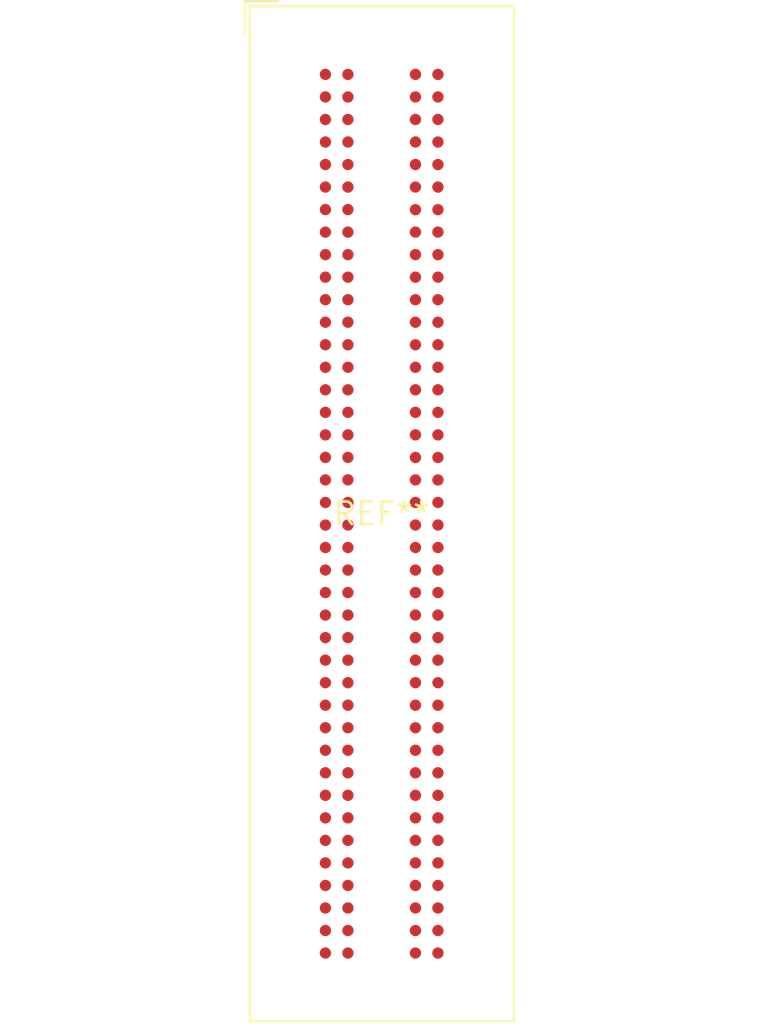
<source format=kicad_pcb>
(kicad_pcb (version 20240108) (generator pcbnew)
  (layers (0 "F.Cu" signal) (31 "B.Cu" signal) (34 "B.Paste" user) (35 "F.Paste" user) (36 "B.SilkS" user "B.Silkscreen") (37 "F.SilkS" user "F.Silkscreen") (38 "B.Mask" user) (39 "F.Mask" user) (44 "Edge.Cuts" user))
  (net 0 "")
  (footprint "Samtec_FMC_ASP-134604-01_4x40_Vertical" (layer "F.Cu") (at 0 0)
    (property "Reference" "REF**")
    (property "Value" "Samtec_FMC_ASP-134604-01_4x40_Vertical")
    (fp_line (start -7.74 -28.9) (end -7.74 -27) (layer "F.SilkS") (stroke (width 0.12)))
    (fp_line (start -7.45 -28.61) (end 7.45 -28.61) (layer "F.SilkS") (stroke (width 0.12)))
    (fp_line (start -7.45 28.61) (end -7.45 -28.61) (layer "F.SilkS") (stroke (width 0.12)))
    (fp_line (start -5.84 -28.9) (end -7.74 -28.9) (layer "F.SilkS") (stroke (width 0.12)))
    (fp_line (start 7.45 -28.61) (end 7.45 28.61) (layer "F.SilkS") (stroke (width 0.12)))
    (fp_line (start 7.45 28.61) (end -7.45 28.61) (layer "F.SilkS") (stroke (width 0.12)))
    (pad "" np_thru_hole circle (at 0 -27.19 90) (size 1.27 1.27) (drill 1.27) (layers *.Cu *.Mask))
    (pad "" np_thru_hole circle (at 3.05 27.19 90) (size 1.27 1.27) (drill 1.27) (layers *.Cu *.Mask))
    (pad "C01" smd circle (at -3.175 -24.765 90) (size 0.64 0.64) (layers "F.Cu" "F.Paste" "F.Mask"))
    (pad "C02" smd circle (at -3.175 -23.495 90) (size 0.64 0.64) (layers "F.Cu" "F.Paste" "F.Mask"))
    (pad "C03" smd circle (at -3.175 -22.225 90) (size 0.64 0.64) (layers "F.Cu" "F.Paste" "F.Mask"))
    (pad "C04" smd circle (at -3.175 -20.955 90) (size 0.64 0.64) (layers "F.Cu" "F.Paste" "F.Mask"))
    (pad "C05" smd circle (at -3.175 -19.685 90) (size 0.64 0.64) (layers "F.Cu" "F.Paste" "F.Mask"))
    (pad "C06" smd circle (at -3.175 -18.415 90) (size 0.64 0.64) (layers "F.Cu" "F.Paste" "F.Mask"))
    (pad "C07" smd circle (at -3.175 -17.145 90) (size 0.64 0.64) (layers "F.Cu" "F.Paste" "F.Mask"))
    (pad "C08" smd circle (at -3.175 -15.875 90) (size 0.64 0.64) (layers "F.Cu" "F.Paste" "F.Mask"))
    (pad "C09" smd circle (at -3.175 -14.605 90) (size 0.64 0.64) (layers "F.Cu" "F.Paste" "F.Mask"))
    (pad "C10" smd circle (at -3.175 -13.335 90) (size 0.64 0.64) (layers "F.Cu" "F.Paste" "F.Mask"))
    (pad "C11" smd circle (at -3.175 -12.065 90) (size 0.64 0.64) (layers "F.Cu" "F.Paste" "F.Mask"))
    (pad "C12" smd circle (at -3.175 -10.795 90) (size 0.64 0.64) (layers "F.Cu" "F.Paste" "F.Mask"))
    (pad "C13" smd circle (at -3.175 -9.525 90) (size 0.64 0.64) (layers "F.Cu" "F.Paste" "F.Mask"))
    (pad "C14" smd circle (at -3.175 -8.255 90) (size 0.64 0.64) (layers "F.Cu" "F.Paste" "F.Mask"))
    (pad "C15" smd circle (at -3.175 -6.985 90) (size 0.64 0.64) (layers "F.Cu" "F.Paste" "F.Mask"))
    (pad "C16" smd circle (at -3.175 -5.715 90) (size 0.64 0.64) (layers "F.Cu" "F.Paste" "F.Mask"))
    (pad "C17" smd circle (at -3.175 -4.445 90) (size 0.64 0.64) (layers "F.Cu" "F.Paste" "F.Mask"))
    (pad "C18" smd circle (at -3.175 -3.175 90) (size 0.64 0.64) (layers "F.Cu" "F.Paste" "F.Mask"))
    (pad "C19" smd circle (at -3.175 -1.905 90) (size 0.64 0.64) (layers "F.Cu" "F.Paste" "F.Mask"))
    (pad "C20" smd circle (at -3.175 -0.635 90) (size 0.64 0.64) (layers "F.Cu" "F.Paste" "F.Mask"))
    (pad "C21" smd circle (at -3.175 0.64 90) (size 0.64 0.64) (layers "F.Cu" "F.Paste" "F.Mask"))
    (pad "C22" smd circle (at -3.175 1.905 90) (size 0.64 0.64) (layers "F.Cu" "F.Paste" "F.Mask"))
    (pad "C23" smd circle (at -3.175 3.175 90) (size 0.64 0.64) (layers "F.Cu" "F.Paste" "F.Mask"))
    (pad "C24" smd circle (at -3.175 4.445 90) (size 0.64 0.64) (layers "F.Cu" "F.Paste" "F.Mask"))
    (pad "C25" smd circle (at -3.175 5.715 90) (size 0.64 0.64) (layers "F.Cu" "F.Paste" "F.Mask"))
    (pad "C26" smd circle (at -3.175 6.985 90) (size 0.64 0.64) (layers "F.Cu" "F.Paste" "F.Mask"))
    (pad "C27" smd circle (at -3.175 8.255 90) (size 0.64 0.64) (layers "F.Cu" "F.Paste" "F.Mask"))
    (pad "C28" smd circle (at -3.175 9.525 90) (size 0.64 0.64) (layers "F.Cu" "F.Paste" "F.Mask"))
    (pad "C29" smd circle (at -3.175 10.795 90) (size 0.64 0.64) (layers "F.Cu" "F.Paste" "F.Mask"))
    (pad "C30" smd circle (at -3.175 12.065 90) (size 0.64 0.64) (layers "F.Cu" "F.Paste" "F.Mask"))
    (pad "C31" smd circle (at -3.175 13.335 90) (size 0.64 0.64) (layers "F.Cu" "F.Paste" "F.Mask"))
    (pad "C32" smd circle (at -3.175 14.605 90) (size 0.64 0.64) (layers "F.Cu" "F.Paste" "F.Mask"))
    (pad "C33" smd circle (at -3.175 15.875 90) (size 0.64 0.64) (layers "F.Cu" "F.Paste" "F.Mask"))
    (pad "C34" smd circle (at -3.175 17.145 90) (size 0.64 0.64) (layers "F.Cu" "F.Paste" "F.Mask"))
    (pad "C35" smd circle (at -3.175 18.415 90) (size 0.64 0.64) (layers "F.Cu" "F.Paste" "F.Mask"))
    (pad "C36" smd circle (at -3.175 19.685 90) (size 0.64 0.64) (layers "F.Cu" "F.Paste" "F.Mask"))
    (pad "C37" smd circle (at -3.175 20.955 90) (size 0.64 0.64) (layers "F.Cu" "F.Paste" "F.Mask"))
    (pad "C38" smd circle (at -3.175 22.225 90) (size 0.64 0.64) (layers "F.Cu" "F.Paste" "F.Mask"))
    (pad "C39" smd circle (at -3.175 23.495 90) (size 0.64 0.64) (layers "F.Cu" "F.Paste" "F.Mask"))
    (pad "C40" smd circle (at -3.175 24.765 90) (size 0.64 0.64) (layers "F.Cu" "F.Paste" "F.Mask"))
    (pad "D01" smd circle (at -1.905 -24.765 90) (size 0.64 0.64) (layers "F.Cu" "F.Paste" "F.Mask"))
    (pad "D02" smd circle (at -1.905 -23.495 90) (size 0.64 0.64) (layers "F.Cu" "F.Paste" "F.Mask"))
    (pad "D03" smd circle (at -1.905 -22.225 90) (size 0.64 0.64) (layers "F.Cu" "F.Paste" "F.Mask"))
    (pad "D04" smd circle (at -1.905 -20.955 90) (size 0.64 0.64) (layers "F.Cu" "F.Paste" "F.Mask"))
    (pad "D05" smd circle (at -1.905 -19.685 90) (size 0.64 0.64) (layers "F.Cu" "F.Paste" "F.Mask"))
    (pad "D06" smd circle (at -1.905 -18.415 90) (size 0.64 0.64) (layers "F.Cu" "F.Paste" "F.Mask"))
    (pad "D07" smd circle (at -1.905 -17.145 90) (size 0.64 0.64) (layers "F.Cu" "F.Paste" "F.Mask"))
    (pad "D08" smd circle (at -1.905 -15.875 90) (size 0.64 0.64) (layers "F.Cu" "F.Paste" "F.Mask"))
    (pad "D09" smd circle (at -1.905 -14.605 90) (size 0.64 0.64) (layers "F.Cu" "F.Paste" "F.Mask"))
    (pad "D10" smd circle (at -1.905 -13.335 90) (size 0.64 0.64) (layers "F.Cu" "F.Paste" "F.Mask"))
    (pad "D11" smd circle (at -1.905 -12.065 90) (size 0.64 0.64) (layers "F.Cu" "F.Paste" "F.Mask"))
    (pad "D12" smd circle (at -1.905 -10.795 90) (size 0.64 0.64) (layers "F.Cu" "F.Paste" "F.Mask"))
    (pad "D13" smd circle (at -1.905 -9.525 90) (size 0.64 0.64) (layers "F.Cu" "F.Paste" "F.Mask"))
    (pad "D14" smd circle (at -1.905 -8.255 90) (size 0.64 0.64) (layers "F.Cu" "F.Paste" "F.Mask"))
    (pad "D15" smd circle (at -1.905 -6.985 90) (size 0.64 0.64) (layers "F.Cu" "F.Paste" "F.Mask"))
    (pad "D16" smd circle (at -1.905 -5.715 90) (size 0.64 0.64) (layers "F.Cu" "F.Paste" "F.Mask"))
    (pad "D17" smd circle (at -1.905 -4.445 90) (size 0.64 0.64) (layers "F.Cu" "F.Paste" "F.Mask"))
    (pad "D18" smd circle (at -1.905 -3.175 90) (size 0.64 0.64) (layers "F.Cu" "F.Paste" "F.Mask"))
    (pad "D19" smd circle (at -1.905 -1.91 90) (size 0.64 0.64) (layers "F.Cu" "F.Paste" "F.Mask"))
    (pad "D20" smd circle (at -1.905 -0.635 90) (size 0.64 0.64) (layers "F.Cu" "F.Paste" "F.Mask"))
    (pad "D21" smd circle (at -1.905 0.635 90) (size 0.64 0.64) (layers "F.Cu" "F.Paste" "F.Mask"))
    (pad "D22" smd circle (at -1.905 1.905 90) (size 0.64 0.64) (layers "F.Cu" "F.Paste" "F.Mask"))
    (pad "D23" smd circle (at -1.905 3.175 90) (size 0.64 0.64) (layers "F.Cu" "F.Paste" "F.Mask"))
    (pad "D24" smd circle (at -1.905 4.445 90) (size 0.64 0.64) (layers "F.Cu" "F.Paste" "F.Mask"))
    (pad "D25" smd circle (at -1.905 5.715 90) (size 0.64 0.64) (layers "F.Cu" "F.Paste" "F.Mask"))
    (pad "D26" smd circle (at -1.905 6.985 90) (size 0.64 0.64) (layers "F.Cu" "F.Paste" "F.Mask"))
    (pad "D27" smd circle (at -1.905 8.255 90) (size 0.64 0.64) (layers "F.Cu" "F.Paste" "F.Mask"))
    (pad "D28" smd circle (at -1.905 9.525 90) (size 0.64 0.64) (layers "F.Cu" "F.Paste" "F.Mask"))
    (pad "D29" smd circle (at -1.905 10.795 90) (size 0.64 0.64) (layers "F.Cu" "F.Paste" "F.Mask"))
    (pad "D30" smd circle (at -1.905 12.065 90) (size 0.64 0.64) (layers "F.Cu" "F.Paste" "F.Mask"))
    (pad "D31" smd circle (at -1.905 13.335 90) (size 0.64 0.64) (layers "F.Cu" "F.Paste" "F.Mask"))
    (pad "D32" smd circle (at -1.905 14.605 90) (size 0.64 0.64) (layers "F.Cu" "F.Paste" "F.Mask"))
    (pad "D33" smd circle (at -1.905 15.875 90) (size 0.64 0.64) (layers "F.Cu" "F.Paste" "F.Mask"))
    (pad "D34" smd circle (at -1.905 17.145 90) (size 0.64 0.64) (layers "F.Cu" "F.Paste" "F.Mask"))
    (pad "D35" smd circle (at -1.905 18.415 90) (size 0.64 0.64) (layers "F.Cu" "F.Paste" "F.Mask"))
    (pad "D36" smd circle (at -1.905 19.685 90) (size 0.64 0.64) (layers "F.Cu" "F.Paste" "F.Mask"))
    (pad "D37" smd circle (at -1.905 20.955 90) (size 0.64 0.64) (layers "F.Cu" "F.Paste" "F.Mask"))
    (pad "D38" smd circle (at -1.905 22.225 90) (size 0.64 0.64) (layers "F.Cu" "F.Paste" "F.Mask"))
    (pad "D39" smd circle (at -1.905 23.495 90) (size 0.64 0.64) (layers "F.Cu" "F.Paste" "F.Mask"))
    (pad "D40" smd circle (at -1.905 24.765 90) (size 0.64 0.64) (layers "F.Cu" "F.Paste" "F.Mask"))
    (pad "G01" smd circle (at 1.905 -24.765 90) (size 0.64 0.64) (layers "F.Cu" "F.Paste" "F.Mask"))
    (pad "G02" smd circle (at 1.905 -23.495 90) (size 0.64 0.64) (layers "F.Cu" "F.Paste" "F.Mask"))
    (pad "G03" smd circle (at 1.905 -22.225 90) (size 0.64 0.64) (layers "F.Cu" "F.Paste" "F.Mask"))
    (pad "G04" smd circle (at 1.905 -20.955 90) (size 0.64 0.64) (layers "F.Cu" "F.Paste" "F.Mask"))
    (pad "G05" smd circle (at 1.905 -19.685 90) (size 0.64 0.64) (layers "F.Cu" "F.Paste" "F.Mask"))
    (pad "G06" smd circle (at 1.905 -18.415 90) (size 0.64 0.64) (layers "F.Cu" "F.Paste" "F.Mask"))
    (pad "G07" smd circle (at 1.905 -17.14 90) (size 0.64 0.64) (layers "F.Cu" "F.Paste" "F.Mask"))
    (pad "G08" smd circle (at 1.905 -15.875 90) (size 0.64 0.64) (layers "F.Cu" "F.Paste" "F.Mask"))
    (pad "G09" smd circle (at 1.905 -14.605 90) (size 0.64 0.64) (layers "F.Cu" "F.Paste" "F.Mask"))
    (pad "G10" smd circle (at 1.905 -13.335 90) (size 0.64 0.64) (layers "F.Cu" "F.Paste" "F.Mask"))
    (pad "G11" smd circle (at 1.905 -12.065 90) (size 0.64 0.64) (layers "F.Cu" "F.Paste" "F.Mask"))
    (pad "G12" smd circle (at 1.905 -10.795 90) (size 0.64 0.64) (layers "F.Cu" "F.Paste" "F.Mask"))
    (pad "G13" smd circle (at 1.905 -9.525 90) (size 0.64 0.64) (layers "F.Cu" "F.Paste" "F.Mask"))
    (pad "G14" smd circle (at 1.905 -8.255 90) (size 0.64 0.64) (layers "F.Cu" "F.Paste" "F.Mask"))
    (pad "G15" smd circle (at 1.905 -6.985 90) (size 0.64 0.64) (layers "F.Cu" "F.Paste" "F.Mask"))
    (pad "G16" smd circle (at 1.905 -5.715 90) (size 0.64 0.64) (layers "F.Cu" "F.Paste" "F.Mask"))
    (pad "G17" smd circle (at 1.905 -4.445 90) (size 0.64 0.64) (layers "F.Cu" "F.Paste" "F.Mask"))
    (pad "G18" smd circle (at 1.905 -3.17 90) (size 0.64 0.64) (layers "F.Cu" "F.Paste" "F.Mask"))
    (pad "G19" smd circle (at 1.905 -1.905 90) (size 0.64 0.64) (layers "F.Cu" "F.Paste" "F.Mask"))
    (pad "G20" smd circle (at 1.905 -0.635 90) (size 0.64 0.64) (layers "F.Cu" "F.Paste" "F.Mask"))
    (pad "G21" smd circle (at 1.905 0.635 90) (size 0.64 0.64) (layers "F.Cu" "F.Paste" "F.Mask"))
    (pad "G22" smd circle (at 1.905 1.905 90) (size 0.64 0.64) (layers "F.Cu" "F.Paste" "F.Mask"))
    (pad "G23" smd circle (at 1.905 3.175 90) (size 0.64 0.64) (layers "F.Cu" "F.Paste" "F.Mask"))
    (pad "G24" smd circle (at 1.905 4.445 90) (size 0.64 0.64) (layers "F.Cu" "F.Paste" "F.Mask"))
    (pad "G25" smd circle (at 1.905 5.71 90) (size 0.64 0.64) (layers "F.Cu" "F.Paste" "F.Mask"))
    (pad "G26" smd circle (at 1.905 6.985 90) (size 0.64 0.64) (layers "F.Cu" "F.Paste" "F.Mask"))
    (pad "G27" smd circle (at 1.905 8.255 90) (size 0.64 0.64) (layers "F.Cu" "F.Paste" "F.Mask"))
    (pad "G28" smd circle (at 1.905 9.525 90) (size 0.64 0.64) (layers "F.Cu" "F.Paste" "F.Mask"))
    (pad "G29" smd circle (at 1.905 10.795 90) (size 0.64 0.64) (layers "F.Cu" "F.Paste" "F.Mask"))
    (pad "G30" smd circle (at 1.905 12.065 90) (size 0.64 0.64) (layers "F.Cu" "F.Paste" "F.Mask"))
    (pad "G31" smd circle (at 1.905 13.335 90) (size 0.64 0.64) (layers "F.Cu" "F.Paste" "F.Mask"))
    (pad "G32" smd circle (at 1.905 14.605 90) (size 0.64 0.64) (layers "F.Cu" "F.Paste" "F.Mask"))
    (pad "G33" smd circle (at 1.905 15.875 90) (size 0.64 0.64) (layers "F.Cu" "F.Paste" "F.Mask"))
    (pad "G34" smd circle (at 1.905 17.145 90) (size 0.64 0.64) (layers "F.Cu" "F.Paste" "F.Mask"))
    (pad "G35" smd circle (at 1.905 18.415 90) (size 0.64 0.64) (layers "F.Cu" "F.Paste" "F.Mask"))
    (pad "G36" smd circle (at 1.905 19.685 90) (size 0.64 0.64) (layers "F.Cu" "F.Paste" "F.Mask"))
    (pad "G37" smd circle (at 1.905 20.955 90) (size 0.64 0.64) (layers "F.Cu" "F.Paste" "F.Mask"))
    (pad "G38" smd circle (at 1.905 22.225 90) (size 0.64 0.64) (layers "F.Cu" "F.Paste" "F.Mask"))
    (pad "G39" smd circle (at 1.905 23.495 90) (size 0.64 0.64) (layers "F.Cu" "F.Paste" "F.Mask"))
    (pad "G40" smd circle (at 1.905 24.765 90) (size 0.64 0.64) (layers "F.Cu" "F.Paste" "F.Mask"))
    (pad "H01" smd circle (at 3.175 -24.765 90) (size 0.64 0.64) (layers "F.Cu" "F.Paste" "F.Mask"))
    (pad "H02" smd circle (at 3.175 -23.495 90) (size 0.64 0.64) (layers "F.Cu" "F.Paste" "F.Mask"))
    (pad "H03" smd circle (at 3.175 -22.225 90) (size 0.64 0.64) (layers "F.Cu" "F.Paste" "F.Mask"))
    (pad "H04" smd circle (at 3.175 -20.955 90) (size 0.64 0.64) (layers "F.Cu" "F.Paste" "F.Mask"))
    (pad "H05" smd circle (at 3.175 -19.685 90) (size 0.64 0.64) (layers "F.Cu" "F.Paste" "F.Mask"))
    (pad "H06" smd circle (at 3.175 -18.415 90) (size 0.64 0.64) (layers "F.Cu" "F.Paste" "F.Mask"))
    (pad "H07" smd circle (at 3.175 -17.14 90) (size 0.64 0.64) (layers "F.Cu" "F.Paste" "F.Mask"))
    (pad "H08" smd circle (at 3.175 -15.875 90) (size 0.64 0.64) (layers "F.Cu" "F.Paste" "F.Mask"))
    (pad "H09" smd circle (at 3.175 -14.605 90) (size 0.64 0.64) (layers "F.Cu" "F.Paste" "F.Mask"))
    (pad "H10" smd circle (at 3.175 -13.335 90) (size 0.64 0.64) (layers "F.Cu" "F.Paste" "F.Mask"))
    (pad "H11" smd circle (at 3.175 -12.065 90) (size 0.64 0.64) (layers "F.Cu" "F.Paste" "F.Mask"))
    (pad "H12" smd circle (at 3.175 -10.795 90) (size 0.64 0.64) (layers "F.Cu" "F.Paste" "F.Mask"))
    (pad "H13" smd circle (at 3.175 -9.525 90) (size 0.64 0.64) (layers "F.Cu" "F.Paste" "F.Mask"))
    (pad "H14" smd circle (at 3.175 -8.255 90) (size 0.64 0.64) (layers "F.Cu" "F.Paste" "F.Mask"))
    (pad "H15" smd circle (at 3.175 -6.985 90) (size 0.64 0.64) (layers "F.Cu" "F.Paste" "F.Mask"))
    (pad "H16" smd circle (at 3.175 -5.715 90) (size 0.64 0.64) (layers "F.Cu" "F.Paste" "F.Mask"))
    (pad "H17" smd circle (at 3.175 -4.445 90) (size 0.64 0.64) (layers "F.Cu" "F.Paste" "F.Mask"))
    (pad "H18" smd circle (at 3.175 -3.17 90) (size 0.64 0.64) (layers "F.Cu" "F.Paste" "F.Mask"))
    (pad "H19" smd circle (at 3.175 -1.905 90) (size 0.64 0.64) (layers "F.Cu" "F.Paste" "F.Mask"))
    (pad "H20" smd circle (at 3.175 -0.635 90) (size 0.64 0.64) (layers "F.Cu" "F.Paste" "F.Mask"))
    (pad "H21" smd circle (at 3.175 0.635 90) (size 0.64 0.64) (layers "F.Cu" "F.Paste" "F.Mask"))
    (pad "H22" smd circle (at 3.175 1.905 90) (size 0.64 0.64) (layers "F.Cu" "F.Paste" "F.Mask"))
    (pad "H23" smd circle (at 3.175 3.175 90) (size 0.64 0.64) (layers "F.Cu" "F.Paste" "F.Mask"))
    (pad "H24" smd circle (at 3.175 4.445 90) (size 0.64 0.64) (layers "F.Cu" "F.Paste" "F.Mask"))
    (pad "H25" smd circle (at 3.175 5.715 90) (size 0.64 0.64) (layers "F.Cu" "F.Paste" "F.Mask"))
    (pad "H26" smd circle (at 3.175 6.985 90) (size 0.64 0.64) (layers "F.Cu" "F.Paste" "F.Mask"))
    (pad "H27" smd circle (at 3.175 8.255 90) (size 0.64 0.64) (layers "F.Cu" "F.Paste" "F.Mask"))
    (pad "H28" smd circle (at 3.175 9.525 90) (size 0.64 0.64) (layers "F.Cu" "F.Paste" "F.Mask"))
    (pad "H29" smd circle (at 3.175 10.795 90) (size 0.64 0.64) (layers "F.Cu" "F.Paste" "F.Mask"))
    (pad "H30" smd circle (at 3.175 12.065 90) (size 0.64 0.64) (layers "F.Cu" "F.Paste" "F.Mask"))
    (pad "H31" smd circle (at 3.175 13.335 90) (size 0.64 0.64) (layers "F.Cu" "F.Paste" "F.Mask"))
    (pad "H32" smd circle (at 3.175 14.605 90) (size 0.64 0.64) (layers "F.Cu" "F.Paste" "F.Mask"))
    (pad "H33" smd circle (at 3.175 15.875 90) (size 0.64 0.64) (layers "F.Cu" "F.Paste" "F.Mask"))
    (pad "H34" smd circle (at 3.175 17.145 90) (size 0.64 0.64) (layers "F.Cu" "F.Paste" "F.Mask"))
    (pad "H35" smd circle (at 3.175 18.415 90) (size 0.64 0.64) (layers "F.Cu" "F.Paste" "F.Mask"))
    (pad "H36" smd circle (at 3.175 19.685 90) (size 0.64 0.64) (layers "F.Cu" "F.Paste" "F.Mask"))
    (pad "H37" smd circle (at 3.175 20.955 90) (size 0.64 0.64) (layers "F.Cu" "F.Paste" "F.Mask"))
    (pad "H38" smd circle (at 3.175 22.225 90) (size 0.64 0.64) (layers "F.Cu" "F.Paste" "F.Mask"))
    (pad "H39" smd circle (at 3.175 23.495 90) (size 0.64 0.64) (layers "F.Cu" "F.Paste" "F.Mask"))
    (pad "H40" smd circle (at 3.175 24.765 90) (size 0.64 0.64) (layers "F.Cu" "F.Paste" "F.Mask"))
  )
)
</source>
